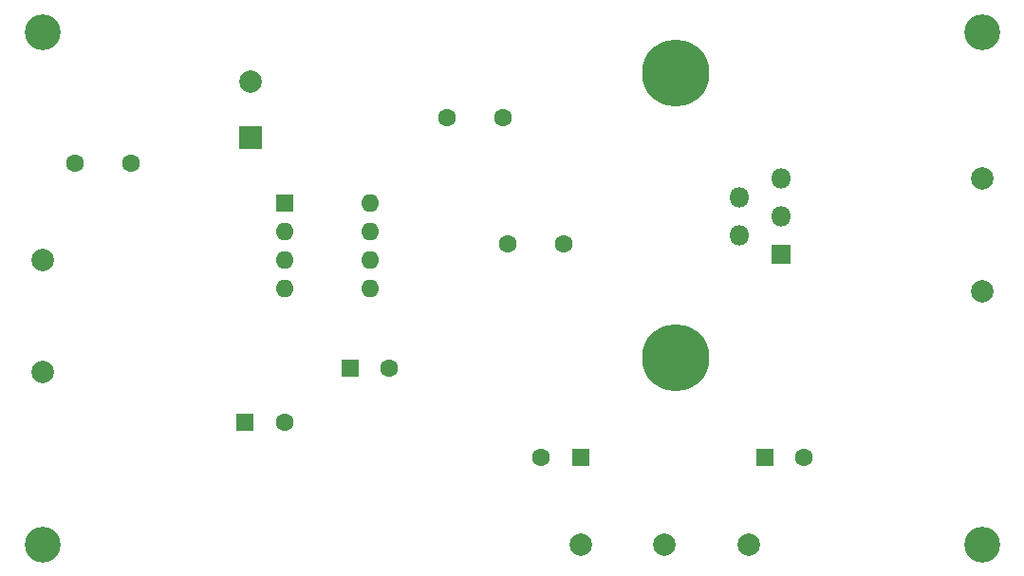
<source format=gbr>
G04 #@! TF.GenerationSoftware,KiCad,Pcbnew,(5.1.9-0-10_14)*
G04 #@! TF.CreationDate,2021-02-19T16:14:07+01:00*
G04 #@! TF.ProjectId,lt1115-phono-mm-mc,6c743131-3135-42d7-9068-6f6e6f2d6d6d,rev?*
G04 #@! TF.SameCoordinates,Original*
G04 #@! TF.FileFunction,Soldermask,Bot*
G04 #@! TF.FilePolarity,Negative*
%FSLAX46Y46*%
G04 Gerber Fmt 4.6, Leading zero omitted, Abs format (unit mm)*
G04 Created by KiCad (PCBNEW (5.1.9-0-10_14)) date 2021-02-19 16:14:07*
%MOMM*%
%LPD*%
G01*
G04 APERTURE LIST*
%ADD10C,3.200000*%
%ADD11O,1.800000X1.800000*%
%ADD12R,1.800000X1.800000*%
%ADD13O,1.600000X1.600000*%
%ADD14R,1.600000X1.600000*%
%ADD15C,2.000000*%
%ADD16C,6.000000*%
%ADD17C,1.600000*%
%ADD18R,2.000000X2.000000*%
G04 APERTURE END LIST*
D10*
X163830000Y-144780000D03*
X80010000Y-144780000D03*
X163830000Y-99060000D03*
X80010000Y-99060000D03*
D11*
X145923000Y-112135500D03*
X142223000Y-113835500D03*
X145923000Y-115535500D03*
X142223000Y-117235500D03*
D12*
X145923000Y-118935500D03*
D13*
X109220000Y-114300000D03*
X101600000Y-121920000D03*
X109220000Y-116840000D03*
X101600000Y-119380000D03*
X109220000Y-119380000D03*
X101600000Y-116840000D03*
X109220000Y-121920000D03*
D14*
X101600000Y-114300000D03*
D15*
X163830000Y-122174000D03*
X163830000Y-112141000D03*
X143002000Y-144780000D03*
X135509000Y-144780000D03*
X128016000Y-144780000D03*
X80010000Y-129413000D03*
X80010000Y-119380000D03*
D16*
X136525000Y-128143000D03*
X136525000Y-102743000D03*
D17*
X121539000Y-117983000D03*
X126539000Y-117983000D03*
X121078000Y-106680000D03*
X116078000Y-106680000D03*
X147955000Y-137033000D03*
D14*
X144455000Y-137033000D03*
D17*
X124516000Y-137033000D03*
D14*
X128016000Y-137033000D03*
D17*
X101600000Y-133858000D03*
D14*
X98100000Y-133858000D03*
D17*
X110942000Y-129032000D03*
D14*
X107442000Y-129032000D03*
D15*
X98552000Y-103458000D03*
D18*
X98552000Y-108458000D03*
D17*
X87884000Y-110744000D03*
X82884000Y-110744000D03*
M02*

</source>
